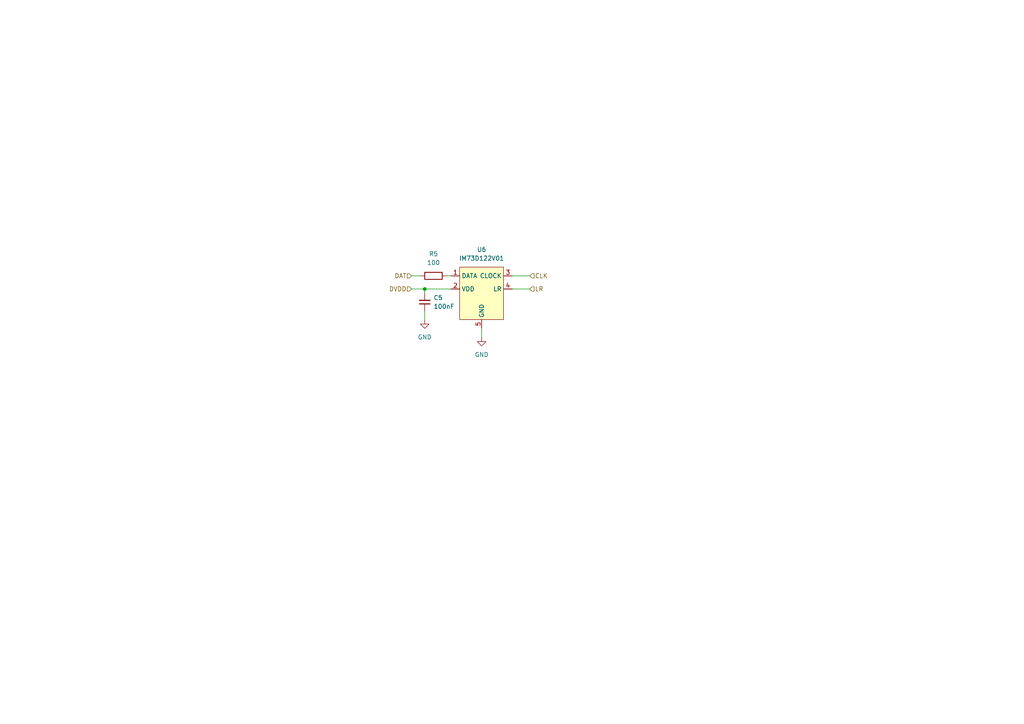
<source format=kicad_sch>
(kicad_sch (version 20250114) (generator "eeschema") (generator_version "9.0")
  (paper "A4")
  (lib_symbols
    (symbol "power:GND" (power) (pin_numbers (hide yes)) (pin_names (offset 0) (hide yes))
      (property "Value" "GND" (at 0 -3.81 0))
      (symbol "GND_0_1"
        (polyline (pts (xy 0 0) (xy 0 -1.27) (xy 1.27 -1.27) (xy 0 -2.54) (xy -1.27 -1.27) (xy 0 -1.27)))
      )
      (symbol "GND_1_1"
        (pin power_in line (at 0 0 270) (length 0) (name "~") (number "1"))
      )
    )
    (symbol "recorder:C_Small_1" (pin_numbers (hide yes)) (pin_names (offset 0.254) (hide yes))
      (property "Reference" "C" (at 0.254 1.778 0))
      (property "Value" "C_Small" (at 0.254 -2.032 0))
      (symbol "C_Small_1_0_1"
        (polyline (pts (xy -1.524 0.508) (xy 1.524 0.508)) (stroke (width 0.3048)))
        (polyline (pts (xy -1.524 -0.508) (xy 1.524 -0.508)) (stroke (width 0.3302)))
      )
      (symbol "C_Small_1_1_1"
        (pin passive line (at 0 2.54 270) (length 2.032) (name "~") (number "1"))
        (pin passive line (at 0 -2.54 90) (length 2.032) (name "~") (number "2"))
      )
    )
    (symbol "recorder:IM73D122V01"
      (property "Reference" "U" (at 0 10.668 0))
      (property "Value" "IM73D122V01" (at 0 8.89 0))
      (symbol "IM73D122V01_1_1"
        (rectangle (start -6.35 7.62) (end 6.35 -7.62) (fill (type background)))
        (pin output line (at -8.89 5.08 0) (length 2.54) (name "DATA") (number "1"))
        (pin power_in line (at -8.89 1.27 0) (length 2.54) (name "VDD") (number "2"))
        (pin power_in line (at 0 -10.16 90) (length 2.54) (name "GND") (number "5"))
        (pin input line (at 8.89 5.08 180) (length 2.54) (name "CLOCK") (number "3"))
        (pin input line (at 8.89 1.27 180) (length 2.54) (name "LR") (number "4"))
      )
    )
    (symbol "recorder:R" (pin_numbers (hide yes)) (pin_names (offset 0))
      (property "Reference" "R" (at 2.032 0 90))
      (property "Value" "100" (at 0 0 90))
      (symbol "R_0_1"
        (rectangle (start -1.016 2.54) (end 1.016 -2.54) (stroke (width 0.254)))
      )
      (symbol "R_1_1"
        (pin passive line (at 0 3.81 270) (length 1.27) (name "~") (number "1"))
        (pin passive line (at 0 -3.81 90) (length 1.27) (name "~") (number "2"))
      )
    )
  )
  (junction (at 123.19 83.82))
  (wire (pts (xy 123.19 90.17) (xy 123.19 92.71)))
  (wire (pts (xy 148.59 83.82) (xy 153.67 83.82)))
  (wire (pts (xy 119.38 80.01) (xy 121.92 80.01)))
  (wire (pts (xy 123.19 83.82) (xy 130.81 83.82)))
  (wire (pts (xy 148.59 80.01) (xy 153.67 80.01)))
  (wire (pts (xy 123.19 85.09) (xy 123.19 83.82)))
  (wire (pts (xy 139.7 95.25) (xy 139.7 97.79)))
  (wire (pts (xy 119.38 83.82) (xy 123.19 83.82)))
  (wire (pts (xy 129.54 80.01) (xy 130.81 80.01)))
  (hierarchical_label "CLK" (shape input) (at 153.67 80.01 0))
  (hierarchical_label "DVDD" (shape input) (at 119.38 83.82 180))
  (hierarchical_label "DAT" (shape input) (at 119.38 80.01 180))
  (hierarchical_label "LR" (shape input) (at 153.67 83.82 0))
  (symbol (lib_id "recorder:IM73D122V01") (at 139.7 85.09 0) (unit 1)
    (property "Reference" "U1" (at 139.7 72.39 0))
    (property "Value" "IM73D122V01" (at 139.7 74.93 0))
    (property "Footprint" "Library:IM73D122V01" (effects (hide yes)))
    (instances (project "recorder" (path "" (reference "U6") (unit 1)) (path "" (reference "U8") (unit 1)) (path "" (reference "U9") (unit 1)) (path "" (reference "U5") (unit 1)) (path "" (reference "U4") (unit 1)) (path "" (reference "U7") (unit 1)) (path "" (reference "U3") (unit 1)) (path "" (reference "U1") (unit 1))))
  )
  (symbol (lib_id "recorder:R") (at 125.73 80.01 270) (unit 1)
    (property "Reference" "R1" (at 125.73 73.66 90))
    (property "Value" "100" (at 125.73 76.2 90))
    (property "Footprint" "Library:R_0603_1608Metric" (effects (hide yes)))
    (property "Description" "Resistor" (effects (hide yes)))
    (instances (project "recorder" (path "" (reference "R5") (unit 1)) (path "" (reference "R7") (unit 1)) (path "" (reference "R8") (unit 1)) (path "" (reference "R4") (unit 1)) (path "" (reference "R3") (unit 1)) (path "" (reference "R6") (unit 1)) (path "" (reference "R2") (unit 1)) (path "" (reference "R1") (unit 1))))
  )
  (symbol (lib_id "power:GND") (at 123.19 92.71 0) (unit 1)
    (property "Reference" "#PWR06" (effects (hide yes)))
    (property "Value" "GND" (at 123.19 97.79 0))
    (property "Description" "Power symbol creates a global label with name \"GND\" , ground" (effects (hide yes)))
    (instances (project "recorder" (path "" (reference "#PWR013") (unit 1)) (path "" (reference "#PWR023") (unit 1)) (path "" (reference "#PWR025") (unit 1)) (path "" (reference "#PWR011") (unit 1)) (path "" (reference "#PWR09") (unit 1)) (path "" (reference "#PWR015") (unit 1)) (path "" (reference "#PWR07") (unit 1)) (path "" (reference "#PWR06") (unit 1))))
  )
  (symbol (lib_id "recorder:C_Small_1") (at 123.19 87.63 180) (unit 1)
    (property "Reference" "C1" (at 125.73 86.3535 0) (effects (justify right)))
    (property "Value" "100nF" (at 125.73 88.8935 0) (effects (justify right)))
    (property "Footprint" "Library:C_0603_1608Metric" (effects (hide yes)))
    (property "Description" "Unpolarized capacitor, small symbol" (effects (hide yes)))
    (instances (project "recorder" (path "" (reference "C5") (unit 1)) (path "" (reference "C7") (unit 1)) (path "" (reference "C8") (unit 1)) (path "" (reference "C4") (unit 1)) (path "" (reference "C3") (unit 1)) (path "" (reference "C6") (unit 1)) (path "" (reference "C2") (unit 1)) (path "" (reference "C1") (unit 1))))
  )
  (symbol (lib_id "power:GND") (at 139.7 97.79 0) (unit 1)
    (property "Reference" "#PWR05" (effects (hide yes)))
    (property "Value" "GND" (at 139.7 102.87 0))
    (property "Description" "Power symbol creates a global label with name \"GND\" , ground" (effects (hide yes)))
    (instances (project "recorder" (path "" (reference "#PWR014") (unit 1)) (path "" (reference "#PWR024") (unit 1)) (path "" (reference "#PWR027") (unit 1)) (path "" (reference "#PWR012") (unit 1)) (path "" (reference "#PWR010") (unit 1)) (path "" (reference "#PWR022") (unit 1)) (path "" (reference "#PWR08") (unit 1)) (path "" (reference "#PWR05") (unit 1))))
  )
)
</source>
